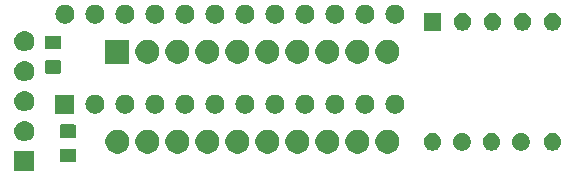
<source format=gbs>
G04 #@! TF.GenerationSoftware,KiCad,Pcbnew,5.0.2+dfsg1-1*
G04 #@! TF.CreationDate,2019-11-26T12:37:51+03:00*
G04 #@! TF.ProjectId,disp,64697370-2e6b-4696-9361-645f70636258,rev?*
G04 #@! TF.SameCoordinates,Original*
G04 #@! TF.FileFunction,Soldermask,Bot*
G04 #@! TF.FilePolarity,Negative*
%FSLAX46Y46*%
G04 Gerber Fmt 4.6, Leading zero omitted, Abs format (unit mm)*
G04 Created by KiCad (PCBNEW 5.0.2+dfsg1-1) date Вт 26 ноя 2019 12:37:51*
%MOMM*%
%LPD*%
G01*
G04 APERTURE LIST*
%ADD10C,0.100000*%
G04 APERTURE END LIST*
D10*
G36*
X126326000Y-83146000D02*
X124626000Y-83146000D01*
X124626000Y-81446000D01*
X126326000Y-81446000D01*
X126326000Y-83146000D01*
X126326000Y-83146000D01*
G37*
G36*
X129714522Y-81235039D02*
X129748053Y-81245211D01*
X129778960Y-81261731D01*
X129806043Y-81283957D01*
X129828269Y-81311040D01*
X129844789Y-81341947D01*
X129854961Y-81375478D01*
X129859000Y-81416487D01*
X129859000Y-82195513D01*
X129854961Y-82236522D01*
X129844789Y-82270053D01*
X129828269Y-82300960D01*
X129806043Y-82328043D01*
X129778960Y-82350269D01*
X129748053Y-82366789D01*
X129714522Y-82376961D01*
X129673513Y-82381000D01*
X128644487Y-82381000D01*
X128603478Y-82376961D01*
X128569947Y-82366789D01*
X128539040Y-82350269D01*
X128511957Y-82328043D01*
X128489731Y-82300960D01*
X128473211Y-82270053D01*
X128463039Y-82236522D01*
X128459000Y-82195513D01*
X128459000Y-81416487D01*
X128463039Y-81375478D01*
X128473211Y-81341947D01*
X128489731Y-81311040D01*
X128511957Y-81283957D01*
X128539040Y-81261731D01*
X128569947Y-81245211D01*
X128603478Y-81235039D01*
X128644487Y-81231000D01*
X129673513Y-81231000D01*
X129714522Y-81235039D01*
X129714522Y-81235039D01*
G37*
G36*
X153900926Y-79655029D02*
X153966356Y-79668044D01*
X154151256Y-79744632D01*
X154317665Y-79855823D01*
X154459177Y-79997335D01*
X154459179Y-79997338D01*
X154570368Y-80163744D01*
X154639648Y-80331000D01*
X154646956Y-80348645D01*
X154686000Y-80544931D01*
X154686000Y-80745069D01*
X154646956Y-80941355D01*
X154570368Y-81126256D01*
X154459177Y-81292665D01*
X154317665Y-81434177D01*
X154317662Y-81434179D01*
X154151256Y-81545368D01*
X153966356Y-81621956D01*
X153900926Y-81634971D01*
X153770069Y-81661000D01*
X153569931Y-81661000D01*
X153439074Y-81634971D01*
X153373644Y-81621956D01*
X153188744Y-81545368D01*
X153022338Y-81434179D01*
X153022335Y-81434177D01*
X152880823Y-81292665D01*
X152769632Y-81126256D01*
X152693044Y-80941355D01*
X152654000Y-80745069D01*
X152654000Y-80544931D01*
X152693044Y-80348645D01*
X152700353Y-80331000D01*
X152769632Y-80163744D01*
X152880821Y-79997338D01*
X152880823Y-79997335D01*
X153022335Y-79855823D01*
X153188744Y-79744632D01*
X153373644Y-79668044D01*
X153439074Y-79655029D01*
X153569931Y-79629000D01*
X153770069Y-79629000D01*
X153900926Y-79655029D01*
X153900926Y-79655029D01*
G37*
G36*
X151360926Y-79655029D02*
X151426356Y-79668044D01*
X151611256Y-79744632D01*
X151777665Y-79855823D01*
X151919177Y-79997335D01*
X151919179Y-79997338D01*
X152030368Y-80163744D01*
X152099648Y-80331000D01*
X152106956Y-80348645D01*
X152146000Y-80544931D01*
X152146000Y-80745069D01*
X152106956Y-80941355D01*
X152030368Y-81126256D01*
X151919177Y-81292665D01*
X151777665Y-81434177D01*
X151777662Y-81434179D01*
X151611256Y-81545368D01*
X151426356Y-81621956D01*
X151360926Y-81634971D01*
X151230069Y-81661000D01*
X151029931Y-81661000D01*
X150899074Y-81634971D01*
X150833644Y-81621956D01*
X150648744Y-81545368D01*
X150482338Y-81434179D01*
X150482335Y-81434177D01*
X150340823Y-81292665D01*
X150229632Y-81126256D01*
X150153044Y-80941355D01*
X150114000Y-80745069D01*
X150114000Y-80544931D01*
X150153044Y-80348645D01*
X150160353Y-80331000D01*
X150229632Y-80163744D01*
X150340821Y-79997338D01*
X150340823Y-79997335D01*
X150482335Y-79855823D01*
X150648744Y-79744632D01*
X150833644Y-79668044D01*
X150899074Y-79655029D01*
X151029931Y-79629000D01*
X151230069Y-79629000D01*
X151360926Y-79655029D01*
X151360926Y-79655029D01*
G37*
G36*
X146280926Y-79655029D02*
X146346356Y-79668044D01*
X146531256Y-79744632D01*
X146697665Y-79855823D01*
X146839177Y-79997335D01*
X146839179Y-79997338D01*
X146950368Y-80163744D01*
X147019648Y-80331000D01*
X147026956Y-80348645D01*
X147066000Y-80544931D01*
X147066000Y-80745069D01*
X147026956Y-80941355D01*
X146950368Y-81126256D01*
X146839177Y-81292665D01*
X146697665Y-81434177D01*
X146697662Y-81434179D01*
X146531256Y-81545368D01*
X146346356Y-81621956D01*
X146280926Y-81634971D01*
X146150069Y-81661000D01*
X145949931Y-81661000D01*
X145819074Y-81634971D01*
X145753644Y-81621956D01*
X145568744Y-81545368D01*
X145402338Y-81434179D01*
X145402335Y-81434177D01*
X145260823Y-81292665D01*
X145149632Y-81126256D01*
X145073044Y-80941355D01*
X145034000Y-80745069D01*
X145034000Y-80544931D01*
X145073044Y-80348645D01*
X145080353Y-80331000D01*
X145149632Y-80163744D01*
X145260821Y-79997338D01*
X145260823Y-79997335D01*
X145402335Y-79855823D01*
X145568744Y-79744632D01*
X145753644Y-79668044D01*
X145819074Y-79655029D01*
X145949931Y-79629000D01*
X146150069Y-79629000D01*
X146280926Y-79655029D01*
X146280926Y-79655029D01*
G37*
G36*
X143740926Y-79655029D02*
X143806356Y-79668044D01*
X143991256Y-79744632D01*
X144157665Y-79855823D01*
X144299177Y-79997335D01*
X144299179Y-79997338D01*
X144410368Y-80163744D01*
X144479648Y-80331000D01*
X144486956Y-80348645D01*
X144526000Y-80544931D01*
X144526000Y-80745069D01*
X144486956Y-80941355D01*
X144410368Y-81126256D01*
X144299177Y-81292665D01*
X144157665Y-81434177D01*
X144157662Y-81434179D01*
X143991256Y-81545368D01*
X143806356Y-81621956D01*
X143740926Y-81634971D01*
X143610069Y-81661000D01*
X143409931Y-81661000D01*
X143279074Y-81634971D01*
X143213644Y-81621956D01*
X143028744Y-81545368D01*
X142862338Y-81434179D01*
X142862335Y-81434177D01*
X142720823Y-81292665D01*
X142609632Y-81126256D01*
X142533044Y-80941355D01*
X142494000Y-80745069D01*
X142494000Y-80544931D01*
X142533044Y-80348645D01*
X142540353Y-80331000D01*
X142609632Y-80163744D01*
X142720821Y-79997338D01*
X142720823Y-79997335D01*
X142862335Y-79855823D01*
X143028744Y-79744632D01*
X143213644Y-79668044D01*
X143279074Y-79655029D01*
X143409931Y-79629000D01*
X143610069Y-79629000D01*
X143740926Y-79655029D01*
X143740926Y-79655029D01*
G37*
G36*
X156440926Y-79655029D02*
X156506356Y-79668044D01*
X156691256Y-79744632D01*
X156857665Y-79855823D01*
X156999177Y-79997335D01*
X156999179Y-79997338D01*
X157110368Y-80163744D01*
X157179648Y-80331000D01*
X157186956Y-80348645D01*
X157226000Y-80544931D01*
X157226000Y-80745069D01*
X157186956Y-80941355D01*
X157110368Y-81126256D01*
X156999177Y-81292665D01*
X156857665Y-81434177D01*
X156857662Y-81434179D01*
X156691256Y-81545368D01*
X156506356Y-81621956D01*
X156440926Y-81634971D01*
X156310069Y-81661000D01*
X156109931Y-81661000D01*
X155979074Y-81634971D01*
X155913644Y-81621956D01*
X155728744Y-81545368D01*
X155562338Y-81434179D01*
X155562335Y-81434177D01*
X155420823Y-81292665D01*
X155309632Y-81126256D01*
X155233044Y-80941355D01*
X155194000Y-80745069D01*
X155194000Y-80544931D01*
X155233044Y-80348645D01*
X155240353Y-80331000D01*
X155309632Y-80163744D01*
X155420821Y-79997338D01*
X155420823Y-79997335D01*
X155562335Y-79855823D01*
X155728744Y-79744632D01*
X155913644Y-79668044D01*
X155979074Y-79655029D01*
X156109931Y-79629000D01*
X156310069Y-79629000D01*
X156440926Y-79655029D01*
X156440926Y-79655029D01*
G37*
G36*
X141200926Y-79655029D02*
X141266356Y-79668044D01*
X141451256Y-79744632D01*
X141617665Y-79855823D01*
X141759177Y-79997335D01*
X141759179Y-79997338D01*
X141870368Y-80163744D01*
X141939648Y-80331000D01*
X141946956Y-80348645D01*
X141986000Y-80544931D01*
X141986000Y-80745069D01*
X141946956Y-80941355D01*
X141870368Y-81126256D01*
X141759177Y-81292665D01*
X141617665Y-81434177D01*
X141617662Y-81434179D01*
X141451256Y-81545368D01*
X141266356Y-81621956D01*
X141200926Y-81634971D01*
X141070069Y-81661000D01*
X140869931Y-81661000D01*
X140739074Y-81634971D01*
X140673644Y-81621956D01*
X140488744Y-81545368D01*
X140322338Y-81434179D01*
X140322335Y-81434177D01*
X140180823Y-81292665D01*
X140069632Y-81126256D01*
X139993044Y-80941355D01*
X139954000Y-80745069D01*
X139954000Y-80544931D01*
X139993044Y-80348645D01*
X140000353Y-80331000D01*
X140069632Y-80163744D01*
X140180821Y-79997338D01*
X140180823Y-79997335D01*
X140322335Y-79855823D01*
X140488744Y-79744632D01*
X140673644Y-79668044D01*
X140739074Y-79655029D01*
X140869931Y-79629000D01*
X141070069Y-79629000D01*
X141200926Y-79655029D01*
X141200926Y-79655029D01*
G37*
G36*
X138660926Y-79655029D02*
X138726356Y-79668044D01*
X138911256Y-79744632D01*
X139077665Y-79855823D01*
X139219177Y-79997335D01*
X139219179Y-79997338D01*
X139330368Y-80163744D01*
X139399648Y-80331000D01*
X139406956Y-80348645D01*
X139446000Y-80544931D01*
X139446000Y-80745069D01*
X139406956Y-80941355D01*
X139330368Y-81126256D01*
X139219177Y-81292665D01*
X139077665Y-81434177D01*
X139077662Y-81434179D01*
X138911256Y-81545368D01*
X138726356Y-81621956D01*
X138660926Y-81634971D01*
X138530069Y-81661000D01*
X138329931Y-81661000D01*
X138199074Y-81634971D01*
X138133644Y-81621956D01*
X137948744Y-81545368D01*
X137782338Y-81434179D01*
X137782335Y-81434177D01*
X137640823Y-81292665D01*
X137529632Y-81126256D01*
X137453044Y-80941355D01*
X137414000Y-80745069D01*
X137414000Y-80544931D01*
X137453044Y-80348645D01*
X137460353Y-80331000D01*
X137529632Y-80163744D01*
X137640821Y-79997338D01*
X137640823Y-79997335D01*
X137782335Y-79855823D01*
X137948744Y-79744632D01*
X138133644Y-79668044D01*
X138199074Y-79655029D01*
X138329931Y-79629000D01*
X138530069Y-79629000D01*
X138660926Y-79655029D01*
X138660926Y-79655029D01*
G37*
G36*
X136120926Y-79655029D02*
X136186356Y-79668044D01*
X136371256Y-79744632D01*
X136537665Y-79855823D01*
X136679177Y-79997335D01*
X136679179Y-79997338D01*
X136790368Y-80163744D01*
X136859648Y-80331000D01*
X136866956Y-80348645D01*
X136906000Y-80544931D01*
X136906000Y-80745069D01*
X136866956Y-80941355D01*
X136790368Y-81126256D01*
X136679177Y-81292665D01*
X136537665Y-81434177D01*
X136537662Y-81434179D01*
X136371256Y-81545368D01*
X136186356Y-81621956D01*
X136120926Y-81634971D01*
X135990069Y-81661000D01*
X135789931Y-81661000D01*
X135659074Y-81634971D01*
X135593644Y-81621956D01*
X135408744Y-81545368D01*
X135242338Y-81434179D01*
X135242335Y-81434177D01*
X135100823Y-81292665D01*
X134989632Y-81126256D01*
X134913044Y-80941355D01*
X134874000Y-80745069D01*
X134874000Y-80544931D01*
X134913044Y-80348645D01*
X134920353Y-80331000D01*
X134989632Y-80163744D01*
X135100821Y-79997338D01*
X135100823Y-79997335D01*
X135242335Y-79855823D01*
X135408744Y-79744632D01*
X135593644Y-79668044D01*
X135659074Y-79655029D01*
X135789931Y-79629000D01*
X135990069Y-79629000D01*
X136120926Y-79655029D01*
X136120926Y-79655029D01*
G37*
G36*
X133580926Y-79655029D02*
X133646356Y-79668044D01*
X133831256Y-79744632D01*
X133997665Y-79855823D01*
X134139177Y-79997335D01*
X134139179Y-79997338D01*
X134250368Y-80163744D01*
X134319648Y-80331000D01*
X134326956Y-80348645D01*
X134366000Y-80544931D01*
X134366000Y-80745069D01*
X134326956Y-80941355D01*
X134250368Y-81126256D01*
X134139177Y-81292665D01*
X133997665Y-81434177D01*
X133997662Y-81434179D01*
X133831256Y-81545368D01*
X133646356Y-81621956D01*
X133580926Y-81634971D01*
X133450069Y-81661000D01*
X133249931Y-81661000D01*
X133119074Y-81634971D01*
X133053644Y-81621956D01*
X132868744Y-81545368D01*
X132702338Y-81434179D01*
X132702335Y-81434177D01*
X132560823Y-81292665D01*
X132449632Y-81126256D01*
X132373044Y-80941355D01*
X132334000Y-80745069D01*
X132334000Y-80544931D01*
X132373044Y-80348645D01*
X132380353Y-80331000D01*
X132449632Y-80163744D01*
X132560821Y-79997338D01*
X132560823Y-79997335D01*
X132702335Y-79855823D01*
X132868744Y-79744632D01*
X133053644Y-79668044D01*
X133119074Y-79655029D01*
X133249931Y-79629000D01*
X133450069Y-79629000D01*
X133580926Y-79655029D01*
X133580926Y-79655029D01*
G37*
G36*
X148820926Y-79655029D02*
X148886356Y-79668044D01*
X149071256Y-79744632D01*
X149237665Y-79855823D01*
X149379177Y-79997335D01*
X149379179Y-79997338D01*
X149490368Y-80163744D01*
X149559648Y-80331000D01*
X149566956Y-80348645D01*
X149606000Y-80544931D01*
X149606000Y-80745069D01*
X149566956Y-80941355D01*
X149490368Y-81126256D01*
X149379177Y-81292665D01*
X149237665Y-81434177D01*
X149237662Y-81434179D01*
X149071256Y-81545368D01*
X148886356Y-81621956D01*
X148820926Y-81634971D01*
X148690069Y-81661000D01*
X148489931Y-81661000D01*
X148359074Y-81634971D01*
X148293644Y-81621956D01*
X148108744Y-81545368D01*
X147942338Y-81434179D01*
X147942335Y-81434177D01*
X147800823Y-81292665D01*
X147689632Y-81126256D01*
X147613044Y-80941355D01*
X147574000Y-80745069D01*
X147574000Y-80544931D01*
X147613044Y-80348645D01*
X147620353Y-80331000D01*
X147689632Y-80163744D01*
X147800821Y-79997338D01*
X147800823Y-79997335D01*
X147942335Y-79855823D01*
X148108744Y-79744632D01*
X148293644Y-79668044D01*
X148359074Y-79655029D01*
X148489931Y-79629000D01*
X148690069Y-79629000D01*
X148820926Y-79655029D01*
X148820926Y-79655029D01*
G37*
G36*
X170326318Y-79909411D02*
X170398767Y-79923822D01*
X170455303Y-79947240D01*
X170535257Y-79980358D01*
X170658100Y-80062439D01*
X170762561Y-80166900D01*
X170844642Y-80289743D01*
X170859741Y-80326196D01*
X170901178Y-80426233D01*
X170909122Y-80466169D01*
X170930000Y-80571130D01*
X170930000Y-80718870D01*
X170901178Y-80863766D01*
X170844642Y-81000257D01*
X170762561Y-81123100D01*
X170658100Y-81227561D01*
X170535257Y-81309642D01*
X170457265Y-81341947D01*
X170398767Y-81366178D01*
X170326318Y-81380589D01*
X170253870Y-81395000D01*
X170106130Y-81395000D01*
X170033682Y-81380589D01*
X169961233Y-81366178D01*
X169902735Y-81341947D01*
X169824743Y-81309642D01*
X169701900Y-81227561D01*
X169597439Y-81123100D01*
X169515358Y-81000257D01*
X169458822Y-80863766D01*
X169430000Y-80718870D01*
X169430000Y-80571130D01*
X169450878Y-80466169D01*
X169458822Y-80426233D01*
X169500259Y-80326196D01*
X169515358Y-80289743D01*
X169597439Y-80166900D01*
X169701900Y-80062439D01*
X169824743Y-79980358D01*
X169904697Y-79947240D01*
X169961233Y-79923822D01*
X170033682Y-79909411D01*
X170106130Y-79895000D01*
X170253870Y-79895000D01*
X170326318Y-79909411D01*
X170326318Y-79909411D01*
G37*
G36*
X167666318Y-79909411D02*
X167738767Y-79923822D01*
X167795303Y-79947240D01*
X167875257Y-79980358D01*
X167998100Y-80062439D01*
X168102561Y-80166900D01*
X168184642Y-80289743D01*
X168199741Y-80326196D01*
X168241178Y-80426233D01*
X168249122Y-80466169D01*
X168270000Y-80571130D01*
X168270000Y-80718870D01*
X168241178Y-80863766D01*
X168184642Y-81000257D01*
X168102561Y-81123100D01*
X167998100Y-81227561D01*
X167875257Y-81309642D01*
X167797265Y-81341947D01*
X167738767Y-81366178D01*
X167666318Y-81380589D01*
X167593870Y-81395000D01*
X167446130Y-81395000D01*
X167373682Y-81380589D01*
X167301233Y-81366178D01*
X167242735Y-81341947D01*
X167164743Y-81309642D01*
X167041900Y-81227561D01*
X166937439Y-81123100D01*
X166855358Y-81000257D01*
X166798822Y-80863766D01*
X166770000Y-80718870D01*
X166770000Y-80571130D01*
X166790878Y-80466169D01*
X166798822Y-80426233D01*
X166840259Y-80326196D01*
X166855358Y-80289743D01*
X166937439Y-80166900D01*
X167041900Y-80062439D01*
X167164743Y-79980358D01*
X167244697Y-79947240D01*
X167301233Y-79923822D01*
X167373682Y-79909411D01*
X167446130Y-79895000D01*
X167593870Y-79895000D01*
X167666318Y-79909411D01*
X167666318Y-79909411D01*
G37*
G36*
X165166318Y-79909411D02*
X165238767Y-79923822D01*
X165295303Y-79947240D01*
X165375257Y-79980358D01*
X165498100Y-80062439D01*
X165602561Y-80166900D01*
X165684642Y-80289743D01*
X165699741Y-80326196D01*
X165741178Y-80426233D01*
X165749122Y-80466169D01*
X165770000Y-80571130D01*
X165770000Y-80718870D01*
X165741178Y-80863766D01*
X165684642Y-81000257D01*
X165602561Y-81123100D01*
X165498100Y-81227561D01*
X165375257Y-81309642D01*
X165297265Y-81341947D01*
X165238767Y-81366178D01*
X165166318Y-81380589D01*
X165093870Y-81395000D01*
X164946130Y-81395000D01*
X164873682Y-81380589D01*
X164801233Y-81366178D01*
X164742735Y-81341947D01*
X164664743Y-81309642D01*
X164541900Y-81227561D01*
X164437439Y-81123100D01*
X164355358Y-81000257D01*
X164298822Y-80863766D01*
X164270000Y-80718870D01*
X164270000Y-80571130D01*
X164290878Y-80466169D01*
X164298822Y-80426233D01*
X164340259Y-80326196D01*
X164355358Y-80289743D01*
X164437439Y-80166900D01*
X164541900Y-80062439D01*
X164664743Y-79980358D01*
X164744697Y-79947240D01*
X164801233Y-79923822D01*
X164873682Y-79909411D01*
X164946130Y-79895000D01*
X165093870Y-79895000D01*
X165166318Y-79909411D01*
X165166318Y-79909411D01*
G37*
G36*
X162666318Y-79909411D02*
X162738767Y-79923822D01*
X162795303Y-79947240D01*
X162875257Y-79980358D01*
X162998100Y-80062439D01*
X163102561Y-80166900D01*
X163184642Y-80289743D01*
X163199741Y-80326196D01*
X163241178Y-80426233D01*
X163249122Y-80466169D01*
X163270000Y-80571130D01*
X163270000Y-80718870D01*
X163241178Y-80863766D01*
X163184642Y-81000257D01*
X163102561Y-81123100D01*
X162998100Y-81227561D01*
X162875257Y-81309642D01*
X162797265Y-81341947D01*
X162738767Y-81366178D01*
X162666318Y-81380589D01*
X162593870Y-81395000D01*
X162446130Y-81395000D01*
X162373682Y-81380589D01*
X162301233Y-81366178D01*
X162242735Y-81341947D01*
X162164743Y-81309642D01*
X162041900Y-81227561D01*
X161937439Y-81123100D01*
X161855358Y-81000257D01*
X161798822Y-80863766D01*
X161770000Y-80718870D01*
X161770000Y-80571130D01*
X161790878Y-80466169D01*
X161798822Y-80426233D01*
X161840259Y-80326196D01*
X161855358Y-80289743D01*
X161937439Y-80166900D01*
X162041900Y-80062439D01*
X162164743Y-79980358D01*
X162244697Y-79947240D01*
X162301233Y-79923822D01*
X162373682Y-79909411D01*
X162446130Y-79895000D01*
X162593870Y-79895000D01*
X162666318Y-79909411D01*
X162666318Y-79909411D01*
G37*
G36*
X160166318Y-79909411D02*
X160238767Y-79923822D01*
X160295303Y-79947240D01*
X160375257Y-79980358D01*
X160498100Y-80062439D01*
X160602561Y-80166900D01*
X160684642Y-80289743D01*
X160699741Y-80326196D01*
X160741178Y-80426233D01*
X160749122Y-80466169D01*
X160770000Y-80571130D01*
X160770000Y-80718870D01*
X160741178Y-80863766D01*
X160684642Y-81000257D01*
X160602561Y-81123100D01*
X160498100Y-81227561D01*
X160375257Y-81309642D01*
X160297265Y-81341947D01*
X160238767Y-81366178D01*
X160166318Y-81380589D01*
X160093870Y-81395000D01*
X159946130Y-81395000D01*
X159873682Y-81380589D01*
X159801233Y-81366178D01*
X159742735Y-81341947D01*
X159664743Y-81309642D01*
X159541900Y-81227561D01*
X159437439Y-81123100D01*
X159355358Y-81000257D01*
X159298822Y-80863766D01*
X159270000Y-80718870D01*
X159270000Y-80571130D01*
X159290878Y-80466169D01*
X159298822Y-80426233D01*
X159340259Y-80326196D01*
X159355358Y-80289743D01*
X159437439Y-80166900D01*
X159541900Y-80062439D01*
X159664743Y-79980358D01*
X159744697Y-79947240D01*
X159801233Y-79923822D01*
X159873682Y-79909411D01*
X159946130Y-79895000D01*
X160093870Y-79895000D01*
X160166318Y-79909411D01*
X160166318Y-79909411D01*
G37*
G36*
X125642630Y-78918299D02*
X125802855Y-78966903D01*
X125950520Y-79045831D01*
X126079949Y-79152051D01*
X126186169Y-79281480D01*
X126265097Y-79429145D01*
X126313701Y-79589370D01*
X126330112Y-79756000D01*
X126313701Y-79922630D01*
X126265097Y-80082855D01*
X126186169Y-80230520D01*
X126079949Y-80359949D01*
X125950520Y-80466169D01*
X125802855Y-80545097D01*
X125642630Y-80593701D01*
X125517752Y-80606000D01*
X125434248Y-80606000D01*
X125309370Y-80593701D01*
X125149145Y-80545097D01*
X125001480Y-80466169D01*
X124872051Y-80359949D01*
X124765831Y-80230520D01*
X124686903Y-80082855D01*
X124638299Y-79922630D01*
X124621888Y-79756000D01*
X124638299Y-79589370D01*
X124686903Y-79429145D01*
X124765831Y-79281480D01*
X124872051Y-79152051D01*
X125001480Y-79045831D01*
X125149145Y-78966903D01*
X125309370Y-78918299D01*
X125434248Y-78906000D01*
X125517752Y-78906000D01*
X125642630Y-78918299D01*
X125642630Y-78918299D01*
G37*
G36*
X129714522Y-79185039D02*
X129748053Y-79195211D01*
X129778960Y-79211731D01*
X129806043Y-79233957D01*
X129828269Y-79261040D01*
X129844789Y-79291947D01*
X129854961Y-79325478D01*
X129859000Y-79366487D01*
X129859000Y-80145513D01*
X129854961Y-80186522D01*
X129844789Y-80220053D01*
X129828269Y-80250960D01*
X129806043Y-80278043D01*
X129778960Y-80300269D01*
X129748053Y-80316789D01*
X129714522Y-80326961D01*
X129673513Y-80331000D01*
X128644487Y-80331000D01*
X128603478Y-80326961D01*
X128569947Y-80316789D01*
X128539040Y-80300269D01*
X128511957Y-80278043D01*
X128489731Y-80250960D01*
X128473211Y-80220053D01*
X128463039Y-80186522D01*
X128459000Y-80145513D01*
X128459000Y-79366487D01*
X128463039Y-79325478D01*
X128473211Y-79291947D01*
X128489731Y-79261040D01*
X128511957Y-79233957D01*
X128539040Y-79211731D01*
X128569947Y-79195211D01*
X128603478Y-79185039D01*
X128644487Y-79181000D01*
X129673513Y-79181000D01*
X129714522Y-79185039D01*
X129714522Y-79185039D01*
G37*
G36*
X139182649Y-76677717D02*
X139221827Y-76681576D01*
X139297228Y-76704449D01*
X139372629Y-76727321D01*
X139511608Y-76801608D01*
X139633422Y-76901578D01*
X139733392Y-77023392D01*
X139807679Y-77162371D01*
X139853424Y-77313174D01*
X139868870Y-77470000D01*
X139853424Y-77626826D01*
X139807679Y-77777629D01*
X139733392Y-77916608D01*
X139633422Y-78038422D01*
X139511608Y-78138392D01*
X139372629Y-78212679D01*
X139297228Y-78235551D01*
X139221827Y-78258424D01*
X139182649Y-78262283D01*
X139104295Y-78270000D01*
X139025705Y-78270000D01*
X138947351Y-78262283D01*
X138908173Y-78258424D01*
X138832772Y-78235551D01*
X138757371Y-78212679D01*
X138618392Y-78138392D01*
X138496578Y-78038422D01*
X138396608Y-77916608D01*
X138322321Y-77777629D01*
X138276576Y-77626826D01*
X138261130Y-77470000D01*
X138276576Y-77313174D01*
X138322321Y-77162371D01*
X138396608Y-77023392D01*
X138496578Y-76901578D01*
X138618392Y-76801608D01*
X138757371Y-76727321D01*
X138832772Y-76704449D01*
X138908173Y-76681576D01*
X138947351Y-76677717D01*
X139025705Y-76670000D01*
X139104295Y-76670000D01*
X139182649Y-76677717D01*
X139182649Y-76677717D01*
G37*
G36*
X141722649Y-76677717D02*
X141761827Y-76681576D01*
X141837228Y-76704449D01*
X141912629Y-76727321D01*
X142051608Y-76801608D01*
X142173422Y-76901578D01*
X142273392Y-77023392D01*
X142347679Y-77162371D01*
X142393424Y-77313174D01*
X142408870Y-77470000D01*
X142393424Y-77626826D01*
X142347679Y-77777629D01*
X142273392Y-77916608D01*
X142173422Y-78038422D01*
X142051608Y-78138392D01*
X141912629Y-78212679D01*
X141837228Y-78235551D01*
X141761827Y-78258424D01*
X141722649Y-78262283D01*
X141644295Y-78270000D01*
X141565705Y-78270000D01*
X141487351Y-78262283D01*
X141448173Y-78258424D01*
X141372772Y-78235551D01*
X141297371Y-78212679D01*
X141158392Y-78138392D01*
X141036578Y-78038422D01*
X140936608Y-77916608D01*
X140862321Y-77777629D01*
X140816576Y-77626826D01*
X140801130Y-77470000D01*
X140816576Y-77313174D01*
X140862321Y-77162371D01*
X140936608Y-77023392D01*
X141036578Y-76901578D01*
X141158392Y-76801608D01*
X141297371Y-76727321D01*
X141372772Y-76704449D01*
X141448173Y-76681576D01*
X141487351Y-76677717D01*
X141565705Y-76670000D01*
X141644295Y-76670000D01*
X141722649Y-76677717D01*
X141722649Y-76677717D01*
G37*
G36*
X144262649Y-76677717D02*
X144301827Y-76681576D01*
X144377228Y-76704449D01*
X144452629Y-76727321D01*
X144591608Y-76801608D01*
X144713422Y-76901578D01*
X144813392Y-77023392D01*
X144887679Y-77162371D01*
X144933424Y-77313174D01*
X144948870Y-77470000D01*
X144933424Y-77626826D01*
X144887679Y-77777629D01*
X144813392Y-77916608D01*
X144713422Y-78038422D01*
X144591608Y-78138392D01*
X144452629Y-78212679D01*
X144377228Y-78235551D01*
X144301827Y-78258424D01*
X144262649Y-78262283D01*
X144184295Y-78270000D01*
X144105705Y-78270000D01*
X144027351Y-78262283D01*
X143988173Y-78258424D01*
X143912772Y-78235551D01*
X143837371Y-78212679D01*
X143698392Y-78138392D01*
X143576578Y-78038422D01*
X143476608Y-77916608D01*
X143402321Y-77777629D01*
X143356576Y-77626826D01*
X143341130Y-77470000D01*
X143356576Y-77313174D01*
X143402321Y-77162371D01*
X143476608Y-77023392D01*
X143576578Y-76901578D01*
X143698392Y-76801608D01*
X143837371Y-76727321D01*
X143912772Y-76704449D01*
X143988173Y-76681576D01*
X144027351Y-76677717D01*
X144105705Y-76670000D01*
X144184295Y-76670000D01*
X144262649Y-76677717D01*
X144262649Y-76677717D01*
G37*
G36*
X146802649Y-76677717D02*
X146841827Y-76681576D01*
X146917228Y-76704449D01*
X146992629Y-76727321D01*
X147131608Y-76801608D01*
X147253422Y-76901578D01*
X147353392Y-77023392D01*
X147427679Y-77162371D01*
X147473424Y-77313174D01*
X147488870Y-77470000D01*
X147473424Y-77626826D01*
X147427679Y-77777629D01*
X147353392Y-77916608D01*
X147253422Y-78038422D01*
X147131608Y-78138392D01*
X146992629Y-78212679D01*
X146917228Y-78235551D01*
X146841827Y-78258424D01*
X146802649Y-78262283D01*
X146724295Y-78270000D01*
X146645705Y-78270000D01*
X146567351Y-78262283D01*
X146528173Y-78258424D01*
X146452772Y-78235551D01*
X146377371Y-78212679D01*
X146238392Y-78138392D01*
X146116578Y-78038422D01*
X146016608Y-77916608D01*
X145942321Y-77777629D01*
X145896576Y-77626826D01*
X145881130Y-77470000D01*
X145896576Y-77313174D01*
X145942321Y-77162371D01*
X146016608Y-77023392D01*
X146116578Y-76901578D01*
X146238392Y-76801608D01*
X146377371Y-76727321D01*
X146452772Y-76704449D01*
X146528173Y-76681576D01*
X146567351Y-76677717D01*
X146645705Y-76670000D01*
X146724295Y-76670000D01*
X146802649Y-76677717D01*
X146802649Y-76677717D01*
G37*
G36*
X149342649Y-76677717D02*
X149381827Y-76681576D01*
X149457228Y-76704449D01*
X149532629Y-76727321D01*
X149671608Y-76801608D01*
X149793422Y-76901578D01*
X149893392Y-77023392D01*
X149967679Y-77162371D01*
X150013424Y-77313174D01*
X150028870Y-77470000D01*
X150013424Y-77626826D01*
X149967679Y-77777629D01*
X149893392Y-77916608D01*
X149793422Y-78038422D01*
X149671608Y-78138392D01*
X149532629Y-78212679D01*
X149457228Y-78235551D01*
X149381827Y-78258424D01*
X149342649Y-78262283D01*
X149264295Y-78270000D01*
X149185705Y-78270000D01*
X149107351Y-78262283D01*
X149068173Y-78258424D01*
X148992772Y-78235551D01*
X148917371Y-78212679D01*
X148778392Y-78138392D01*
X148656578Y-78038422D01*
X148556608Y-77916608D01*
X148482321Y-77777629D01*
X148436576Y-77626826D01*
X148421130Y-77470000D01*
X148436576Y-77313174D01*
X148482321Y-77162371D01*
X148556608Y-77023392D01*
X148656578Y-76901578D01*
X148778392Y-76801608D01*
X148917371Y-76727321D01*
X148992772Y-76704449D01*
X149068173Y-76681576D01*
X149107351Y-76677717D01*
X149185705Y-76670000D01*
X149264295Y-76670000D01*
X149342649Y-76677717D01*
X149342649Y-76677717D01*
G37*
G36*
X151882649Y-76677717D02*
X151921827Y-76681576D01*
X151997228Y-76704449D01*
X152072629Y-76727321D01*
X152211608Y-76801608D01*
X152333422Y-76901578D01*
X152433392Y-77023392D01*
X152507679Y-77162371D01*
X152553424Y-77313174D01*
X152568870Y-77470000D01*
X152553424Y-77626826D01*
X152507679Y-77777629D01*
X152433392Y-77916608D01*
X152333422Y-78038422D01*
X152211608Y-78138392D01*
X152072629Y-78212679D01*
X151997228Y-78235551D01*
X151921827Y-78258424D01*
X151882649Y-78262283D01*
X151804295Y-78270000D01*
X151725705Y-78270000D01*
X151647351Y-78262283D01*
X151608173Y-78258424D01*
X151532772Y-78235551D01*
X151457371Y-78212679D01*
X151318392Y-78138392D01*
X151196578Y-78038422D01*
X151096608Y-77916608D01*
X151022321Y-77777629D01*
X150976576Y-77626826D01*
X150961130Y-77470000D01*
X150976576Y-77313174D01*
X151022321Y-77162371D01*
X151096608Y-77023392D01*
X151196578Y-76901578D01*
X151318392Y-76801608D01*
X151457371Y-76727321D01*
X151532772Y-76704449D01*
X151608173Y-76681576D01*
X151647351Y-76677717D01*
X151725705Y-76670000D01*
X151804295Y-76670000D01*
X151882649Y-76677717D01*
X151882649Y-76677717D01*
G37*
G36*
X154422649Y-76677717D02*
X154461827Y-76681576D01*
X154537228Y-76704449D01*
X154612629Y-76727321D01*
X154751608Y-76801608D01*
X154873422Y-76901578D01*
X154973392Y-77023392D01*
X155047679Y-77162371D01*
X155093424Y-77313174D01*
X155108870Y-77470000D01*
X155093424Y-77626826D01*
X155047679Y-77777629D01*
X154973392Y-77916608D01*
X154873422Y-78038422D01*
X154751608Y-78138392D01*
X154612629Y-78212679D01*
X154537228Y-78235551D01*
X154461827Y-78258424D01*
X154422649Y-78262283D01*
X154344295Y-78270000D01*
X154265705Y-78270000D01*
X154187351Y-78262283D01*
X154148173Y-78258424D01*
X154072772Y-78235551D01*
X153997371Y-78212679D01*
X153858392Y-78138392D01*
X153736578Y-78038422D01*
X153636608Y-77916608D01*
X153562321Y-77777629D01*
X153516576Y-77626826D01*
X153501130Y-77470000D01*
X153516576Y-77313174D01*
X153562321Y-77162371D01*
X153636608Y-77023392D01*
X153736578Y-76901578D01*
X153858392Y-76801608D01*
X153997371Y-76727321D01*
X154072772Y-76704449D01*
X154148173Y-76681576D01*
X154187351Y-76677717D01*
X154265705Y-76670000D01*
X154344295Y-76670000D01*
X154422649Y-76677717D01*
X154422649Y-76677717D01*
G37*
G36*
X156962649Y-76677717D02*
X157001827Y-76681576D01*
X157077228Y-76704449D01*
X157152629Y-76727321D01*
X157291608Y-76801608D01*
X157413422Y-76901578D01*
X157513392Y-77023392D01*
X157587679Y-77162371D01*
X157633424Y-77313174D01*
X157648870Y-77470000D01*
X157633424Y-77626826D01*
X157587679Y-77777629D01*
X157513392Y-77916608D01*
X157413422Y-78038422D01*
X157291608Y-78138392D01*
X157152629Y-78212679D01*
X157077228Y-78235551D01*
X157001827Y-78258424D01*
X156962649Y-78262283D01*
X156884295Y-78270000D01*
X156805705Y-78270000D01*
X156727351Y-78262283D01*
X156688173Y-78258424D01*
X156612772Y-78235551D01*
X156537371Y-78212679D01*
X156398392Y-78138392D01*
X156276578Y-78038422D01*
X156176608Y-77916608D01*
X156102321Y-77777629D01*
X156056576Y-77626826D01*
X156041130Y-77470000D01*
X156056576Y-77313174D01*
X156102321Y-77162371D01*
X156176608Y-77023392D01*
X156276578Y-76901578D01*
X156398392Y-76801608D01*
X156537371Y-76727321D01*
X156612772Y-76704449D01*
X156688173Y-76681576D01*
X156727351Y-76677717D01*
X156805705Y-76670000D01*
X156884295Y-76670000D01*
X156962649Y-76677717D01*
X156962649Y-76677717D01*
G37*
G36*
X136642649Y-76677717D02*
X136681827Y-76681576D01*
X136757228Y-76704449D01*
X136832629Y-76727321D01*
X136971608Y-76801608D01*
X137093422Y-76901578D01*
X137193392Y-77023392D01*
X137267679Y-77162371D01*
X137313424Y-77313174D01*
X137328870Y-77470000D01*
X137313424Y-77626826D01*
X137267679Y-77777629D01*
X137193392Y-77916608D01*
X137093422Y-78038422D01*
X136971608Y-78138392D01*
X136832629Y-78212679D01*
X136757228Y-78235551D01*
X136681827Y-78258424D01*
X136642649Y-78262283D01*
X136564295Y-78270000D01*
X136485705Y-78270000D01*
X136407351Y-78262283D01*
X136368173Y-78258424D01*
X136292772Y-78235551D01*
X136217371Y-78212679D01*
X136078392Y-78138392D01*
X135956578Y-78038422D01*
X135856608Y-77916608D01*
X135782321Y-77777629D01*
X135736576Y-77626826D01*
X135721130Y-77470000D01*
X135736576Y-77313174D01*
X135782321Y-77162371D01*
X135856608Y-77023392D01*
X135956578Y-76901578D01*
X136078392Y-76801608D01*
X136217371Y-76727321D01*
X136292772Y-76704449D01*
X136368173Y-76681576D01*
X136407351Y-76677717D01*
X136485705Y-76670000D01*
X136564295Y-76670000D01*
X136642649Y-76677717D01*
X136642649Y-76677717D01*
G37*
G36*
X129705000Y-78270000D02*
X128105000Y-78270000D01*
X128105000Y-76670000D01*
X129705000Y-76670000D01*
X129705000Y-78270000D01*
X129705000Y-78270000D01*
G37*
G36*
X134102649Y-76677717D02*
X134141827Y-76681576D01*
X134217228Y-76704449D01*
X134292629Y-76727321D01*
X134431608Y-76801608D01*
X134553422Y-76901578D01*
X134653392Y-77023392D01*
X134727679Y-77162371D01*
X134773424Y-77313174D01*
X134788870Y-77470000D01*
X134773424Y-77626826D01*
X134727679Y-77777629D01*
X134653392Y-77916608D01*
X134553422Y-78038422D01*
X134431608Y-78138392D01*
X134292629Y-78212679D01*
X134217228Y-78235551D01*
X134141827Y-78258424D01*
X134102649Y-78262283D01*
X134024295Y-78270000D01*
X133945705Y-78270000D01*
X133867351Y-78262283D01*
X133828173Y-78258424D01*
X133752772Y-78235551D01*
X133677371Y-78212679D01*
X133538392Y-78138392D01*
X133416578Y-78038422D01*
X133316608Y-77916608D01*
X133242321Y-77777629D01*
X133196576Y-77626826D01*
X133181130Y-77470000D01*
X133196576Y-77313174D01*
X133242321Y-77162371D01*
X133316608Y-77023392D01*
X133416578Y-76901578D01*
X133538392Y-76801608D01*
X133677371Y-76727321D01*
X133752772Y-76704449D01*
X133828173Y-76681576D01*
X133867351Y-76677717D01*
X133945705Y-76670000D01*
X134024295Y-76670000D01*
X134102649Y-76677717D01*
X134102649Y-76677717D01*
G37*
G36*
X131562649Y-76677717D02*
X131601827Y-76681576D01*
X131677228Y-76704449D01*
X131752629Y-76727321D01*
X131891608Y-76801608D01*
X132013422Y-76901578D01*
X132113392Y-77023392D01*
X132187679Y-77162371D01*
X132233424Y-77313174D01*
X132248870Y-77470000D01*
X132233424Y-77626826D01*
X132187679Y-77777629D01*
X132113392Y-77916608D01*
X132013422Y-78038422D01*
X131891608Y-78138392D01*
X131752629Y-78212679D01*
X131677228Y-78235551D01*
X131601827Y-78258424D01*
X131562649Y-78262283D01*
X131484295Y-78270000D01*
X131405705Y-78270000D01*
X131327351Y-78262283D01*
X131288173Y-78258424D01*
X131212772Y-78235551D01*
X131137371Y-78212679D01*
X130998392Y-78138392D01*
X130876578Y-78038422D01*
X130776608Y-77916608D01*
X130702321Y-77777629D01*
X130656576Y-77626826D01*
X130641130Y-77470000D01*
X130656576Y-77313174D01*
X130702321Y-77162371D01*
X130776608Y-77023392D01*
X130876578Y-76901578D01*
X130998392Y-76801608D01*
X131137371Y-76727321D01*
X131212772Y-76704449D01*
X131288173Y-76681576D01*
X131327351Y-76677717D01*
X131405705Y-76670000D01*
X131484295Y-76670000D01*
X131562649Y-76677717D01*
X131562649Y-76677717D01*
G37*
G36*
X125642630Y-76378299D02*
X125802855Y-76426903D01*
X125950520Y-76505831D01*
X126079949Y-76612051D01*
X126186169Y-76741480D01*
X126265097Y-76889145D01*
X126313701Y-77049370D01*
X126330112Y-77216000D01*
X126313701Y-77382630D01*
X126265097Y-77542855D01*
X126186169Y-77690520D01*
X126079949Y-77819949D01*
X125950520Y-77926169D01*
X125802855Y-78005097D01*
X125642630Y-78053701D01*
X125517752Y-78066000D01*
X125434248Y-78066000D01*
X125309370Y-78053701D01*
X125149145Y-78005097D01*
X125001480Y-77926169D01*
X124872051Y-77819949D01*
X124765831Y-77690520D01*
X124686903Y-77542855D01*
X124638299Y-77382630D01*
X124621888Y-77216000D01*
X124638299Y-77049370D01*
X124686903Y-76889145D01*
X124765831Y-76741480D01*
X124872051Y-76612051D01*
X125001480Y-76505831D01*
X125149145Y-76426903D01*
X125309370Y-76378299D01*
X125434248Y-76366000D01*
X125517752Y-76366000D01*
X125642630Y-76378299D01*
X125642630Y-76378299D01*
G37*
G36*
X125642630Y-73838299D02*
X125802855Y-73886903D01*
X125950520Y-73965831D01*
X126079949Y-74072051D01*
X126186169Y-74201480D01*
X126265097Y-74349145D01*
X126313701Y-74509370D01*
X126330112Y-74676000D01*
X126313701Y-74842630D01*
X126265097Y-75002855D01*
X126186169Y-75150520D01*
X126079949Y-75279949D01*
X125950520Y-75386169D01*
X125802855Y-75465097D01*
X125642630Y-75513701D01*
X125517752Y-75526000D01*
X125434248Y-75526000D01*
X125309370Y-75513701D01*
X125149145Y-75465097D01*
X125001480Y-75386169D01*
X124872051Y-75279949D01*
X124765831Y-75150520D01*
X124686903Y-75002855D01*
X124638299Y-74842630D01*
X124621888Y-74676000D01*
X124638299Y-74509370D01*
X124686903Y-74349145D01*
X124765831Y-74201480D01*
X124872051Y-74072051D01*
X125001480Y-73965831D01*
X125149145Y-73886903D01*
X125309370Y-73838299D01*
X125434248Y-73826000D01*
X125517752Y-73826000D01*
X125642630Y-73838299D01*
X125642630Y-73838299D01*
G37*
G36*
X128444522Y-73733039D02*
X128478053Y-73743211D01*
X128508960Y-73759731D01*
X128536043Y-73781957D01*
X128558269Y-73809040D01*
X128574789Y-73839947D01*
X128584961Y-73873478D01*
X128589000Y-73914487D01*
X128589000Y-74693513D01*
X128584961Y-74734522D01*
X128574789Y-74768053D01*
X128558269Y-74798960D01*
X128536043Y-74826043D01*
X128508960Y-74848269D01*
X128478053Y-74864789D01*
X128444522Y-74874961D01*
X128403513Y-74879000D01*
X127374487Y-74879000D01*
X127333478Y-74874961D01*
X127299947Y-74864789D01*
X127269040Y-74848269D01*
X127241957Y-74826043D01*
X127219731Y-74798960D01*
X127203211Y-74768053D01*
X127193039Y-74734522D01*
X127189000Y-74693513D01*
X127189000Y-73914487D01*
X127193039Y-73873478D01*
X127203211Y-73839947D01*
X127219731Y-73809040D01*
X127241957Y-73781957D01*
X127269040Y-73759731D01*
X127299947Y-73743211D01*
X127333478Y-73733039D01*
X127374487Y-73729000D01*
X128403513Y-73729000D01*
X128444522Y-73733039D01*
X128444522Y-73733039D01*
G37*
G36*
X148820926Y-72035029D02*
X148886356Y-72048044D01*
X149071256Y-72124632D01*
X149237665Y-72235823D01*
X149379177Y-72377335D01*
X149379179Y-72377338D01*
X149490368Y-72543744D01*
X149562503Y-72717893D01*
X149566956Y-72728645D01*
X149606000Y-72924931D01*
X149606000Y-73125069D01*
X149566956Y-73321355D01*
X149490368Y-73506256D01*
X149379177Y-73672665D01*
X149237665Y-73814177D01*
X149237662Y-73814179D01*
X149071256Y-73925368D01*
X148886356Y-74001956D01*
X148820926Y-74014971D01*
X148690069Y-74041000D01*
X148489931Y-74041000D01*
X148359074Y-74014971D01*
X148293644Y-74001956D01*
X148108744Y-73925368D01*
X147942338Y-73814179D01*
X147942335Y-73814177D01*
X147800823Y-73672665D01*
X147689632Y-73506256D01*
X147613044Y-73321355D01*
X147574000Y-73125069D01*
X147574000Y-72924931D01*
X147613044Y-72728645D01*
X147617498Y-72717893D01*
X147689632Y-72543744D01*
X147800821Y-72377338D01*
X147800823Y-72377335D01*
X147942335Y-72235823D01*
X148108744Y-72124632D01*
X148293644Y-72048044D01*
X148359074Y-72035029D01*
X148489931Y-72009000D01*
X148690069Y-72009000D01*
X148820926Y-72035029D01*
X148820926Y-72035029D01*
G37*
G36*
X146280926Y-72035029D02*
X146346356Y-72048044D01*
X146531256Y-72124632D01*
X146697665Y-72235823D01*
X146839177Y-72377335D01*
X146839179Y-72377338D01*
X146950368Y-72543744D01*
X147022503Y-72717893D01*
X147026956Y-72728645D01*
X147066000Y-72924931D01*
X147066000Y-73125069D01*
X147026956Y-73321355D01*
X146950368Y-73506256D01*
X146839177Y-73672665D01*
X146697665Y-73814177D01*
X146697662Y-73814179D01*
X146531256Y-73925368D01*
X146346356Y-74001956D01*
X146280926Y-74014971D01*
X146150069Y-74041000D01*
X145949931Y-74041000D01*
X145819074Y-74014971D01*
X145753644Y-74001956D01*
X145568744Y-73925368D01*
X145402338Y-73814179D01*
X145402335Y-73814177D01*
X145260823Y-73672665D01*
X145149632Y-73506256D01*
X145073044Y-73321355D01*
X145034000Y-73125069D01*
X145034000Y-72924931D01*
X145073044Y-72728645D01*
X145077498Y-72717893D01*
X145149632Y-72543744D01*
X145260821Y-72377338D01*
X145260823Y-72377335D01*
X145402335Y-72235823D01*
X145568744Y-72124632D01*
X145753644Y-72048044D01*
X145819074Y-72035029D01*
X145949931Y-72009000D01*
X146150069Y-72009000D01*
X146280926Y-72035029D01*
X146280926Y-72035029D01*
G37*
G36*
X141200926Y-72035029D02*
X141266356Y-72048044D01*
X141451256Y-72124632D01*
X141617665Y-72235823D01*
X141759177Y-72377335D01*
X141759179Y-72377338D01*
X141870368Y-72543744D01*
X141942503Y-72717893D01*
X141946956Y-72728645D01*
X141986000Y-72924931D01*
X141986000Y-73125069D01*
X141946956Y-73321355D01*
X141870368Y-73506256D01*
X141759177Y-73672665D01*
X141617665Y-73814177D01*
X141617662Y-73814179D01*
X141451256Y-73925368D01*
X141266356Y-74001956D01*
X141200926Y-74014971D01*
X141070069Y-74041000D01*
X140869931Y-74041000D01*
X140739074Y-74014971D01*
X140673644Y-74001956D01*
X140488744Y-73925368D01*
X140322338Y-73814179D01*
X140322335Y-73814177D01*
X140180823Y-73672665D01*
X140069632Y-73506256D01*
X139993044Y-73321355D01*
X139954000Y-73125069D01*
X139954000Y-72924931D01*
X139993044Y-72728645D01*
X139997498Y-72717893D01*
X140069632Y-72543744D01*
X140180821Y-72377338D01*
X140180823Y-72377335D01*
X140322335Y-72235823D01*
X140488744Y-72124632D01*
X140673644Y-72048044D01*
X140739074Y-72035029D01*
X140869931Y-72009000D01*
X141070069Y-72009000D01*
X141200926Y-72035029D01*
X141200926Y-72035029D01*
G37*
G36*
X138660926Y-72035029D02*
X138726356Y-72048044D01*
X138911256Y-72124632D01*
X139077665Y-72235823D01*
X139219177Y-72377335D01*
X139219179Y-72377338D01*
X139330368Y-72543744D01*
X139402503Y-72717893D01*
X139406956Y-72728645D01*
X139446000Y-72924931D01*
X139446000Y-73125069D01*
X139406956Y-73321355D01*
X139330368Y-73506256D01*
X139219177Y-73672665D01*
X139077665Y-73814177D01*
X139077662Y-73814179D01*
X138911256Y-73925368D01*
X138726356Y-74001956D01*
X138660926Y-74014971D01*
X138530069Y-74041000D01*
X138329931Y-74041000D01*
X138199074Y-74014971D01*
X138133644Y-74001956D01*
X137948744Y-73925368D01*
X137782338Y-73814179D01*
X137782335Y-73814177D01*
X137640823Y-73672665D01*
X137529632Y-73506256D01*
X137453044Y-73321355D01*
X137414000Y-73125069D01*
X137414000Y-72924931D01*
X137453044Y-72728645D01*
X137457498Y-72717893D01*
X137529632Y-72543744D01*
X137640821Y-72377338D01*
X137640823Y-72377335D01*
X137782335Y-72235823D01*
X137948744Y-72124632D01*
X138133644Y-72048044D01*
X138199074Y-72035029D01*
X138329931Y-72009000D01*
X138530069Y-72009000D01*
X138660926Y-72035029D01*
X138660926Y-72035029D01*
G37*
G36*
X136120926Y-72035029D02*
X136186356Y-72048044D01*
X136371256Y-72124632D01*
X136537665Y-72235823D01*
X136679177Y-72377335D01*
X136679179Y-72377338D01*
X136790368Y-72543744D01*
X136862503Y-72717893D01*
X136866956Y-72728645D01*
X136906000Y-72924931D01*
X136906000Y-73125069D01*
X136866956Y-73321355D01*
X136790368Y-73506256D01*
X136679177Y-73672665D01*
X136537665Y-73814177D01*
X136537662Y-73814179D01*
X136371256Y-73925368D01*
X136186356Y-74001956D01*
X136120926Y-74014971D01*
X135990069Y-74041000D01*
X135789931Y-74041000D01*
X135659074Y-74014971D01*
X135593644Y-74001956D01*
X135408744Y-73925368D01*
X135242338Y-73814179D01*
X135242335Y-73814177D01*
X135100823Y-73672665D01*
X134989632Y-73506256D01*
X134913044Y-73321355D01*
X134874000Y-73125069D01*
X134874000Y-72924931D01*
X134913044Y-72728645D01*
X134917498Y-72717893D01*
X134989632Y-72543744D01*
X135100821Y-72377338D01*
X135100823Y-72377335D01*
X135242335Y-72235823D01*
X135408744Y-72124632D01*
X135593644Y-72048044D01*
X135659074Y-72035029D01*
X135789931Y-72009000D01*
X135990069Y-72009000D01*
X136120926Y-72035029D01*
X136120926Y-72035029D01*
G37*
G36*
X134366000Y-74041000D02*
X132334000Y-74041000D01*
X132334000Y-72009000D01*
X134366000Y-72009000D01*
X134366000Y-74041000D01*
X134366000Y-74041000D01*
G37*
G36*
X151360926Y-72035029D02*
X151426356Y-72048044D01*
X151611256Y-72124632D01*
X151777665Y-72235823D01*
X151919177Y-72377335D01*
X151919179Y-72377338D01*
X152030368Y-72543744D01*
X152102503Y-72717893D01*
X152106956Y-72728645D01*
X152146000Y-72924931D01*
X152146000Y-73125069D01*
X152106956Y-73321355D01*
X152030368Y-73506256D01*
X151919177Y-73672665D01*
X151777665Y-73814177D01*
X151777662Y-73814179D01*
X151611256Y-73925368D01*
X151426356Y-74001956D01*
X151360926Y-74014971D01*
X151230069Y-74041000D01*
X151029931Y-74041000D01*
X150899074Y-74014971D01*
X150833644Y-74001956D01*
X150648744Y-73925368D01*
X150482338Y-73814179D01*
X150482335Y-73814177D01*
X150340823Y-73672665D01*
X150229632Y-73506256D01*
X150153044Y-73321355D01*
X150114000Y-73125069D01*
X150114000Y-72924931D01*
X150153044Y-72728645D01*
X150157498Y-72717893D01*
X150229632Y-72543744D01*
X150340821Y-72377338D01*
X150340823Y-72377335D01*
X150482335Y-72235823D01*
X150648744Y-72124632D01*
X150833644Y-72048044D01*
X150899074Y-72035029D01*
X151029931Y-72009000D01*
X151230069Y-72009000D01*
X151360926Y-72035029D01*
X151360926Y-72035029D01*
G37*
G36*
X153900926Y-72035029D02*
X153966356Y-72048044D01*
X154151256Y-72124632D01*
X154317665Y-72235823D01*
X154459177Y-72377335D01*
X154459179Y-72377338D01*
X154570368Y-72543744D01*
X154642503Y-72717893D01*
X154646956Y-72728645D01*
X154686000Y-72924931D01*
X154686000Y-73125069D01*
X154646956Y-73321355D01*
X154570368Y-73506256D01*
X154459177Y-73672665D01*
X154317665Y-73814177D01*
X154317662Y-73814179D01*
X154151256Y-73925368D01*
X153966356Y-74001956D01*
X153900926Y-74014971D01*
X153770069Y-74041000D01*
X153569931Y-74041000D01*
X153439074Y-74014971D01*
X153373644Y-74001956D01*
X153188744Y-73925368D01*
X153022338Y-73814179D01*
X153022335Y-73814177D01*
X152880823Y-73672665D01*
X152769632Y-73506256D01*
X152693044Y-73321355D01*
X152654000Y-73125069D01*
X152654000Y-72924931D01*
X152693044Y-72728645D01*
X152697498Y-72717893D01*
X152769632Y-72543744D01*
X152880821Y-72377338D01*
X152880823Y-72377335D01*
X153022335Y-72235823D01*
X153188744Y-72124632D01*
X153373644Y-72048044D01*
X153439074Y-72035029D01*
X153569931Y-72009000D01*
X153770069Y-72009000D01*
X153900926Y-72035029D01*
X153900926Y-72035029D01*
G37*
G36*
X143740926Y-72035029D02*
X143806356Y-72048044D01*
X143991256Y-72124632D01*
X144157665Y-72235823D01*
X144299177Y-72377335D01*
X144299179Y-72377338D01*
X144410368Y-72543744D01*
X144482503Y-72717893D01*
X144486956Y-72728645D01*
X144526000Y-72924931D01*
X144526000Y-73125069D01*
X144486956Y-73321355D01*
X144410368Y-73506256D01*
X144299177Y-73672665D01*
X144157665Y-73814177D01*
X144157662Y-73814179D01*
X143991256Y-73925368D01*
X143806356Y-74001956D01*
X143740926Y-74014971D01*
X143610069Y-74041000D01*
X143409931Y-74041000D01*
X143279074Y-74014971D01*
X143213644Y-74001956D01*
X143028744Y-73925368D01*
X142862338Y-73814179D01*
X142862335Y-73814177D01*
X142720823Y-73672665D01*
X142609632Y-73506256D01*
X142533044Y-73321355D01*
X142494000Y-73125069D01*
X142494000Y-72924931D01*
X142533044Y-72728645D01*
X142537498Y-72717893D01*
X142609632Y-72543744D01*
X142720821Y-72377338D01*
X142720823Y-72377335D01*
X142862335Y-72235823D01*
X143028744Y-72124632D01*
X143213644Y-72048044D01*
X143279074Y-72035029D01*
X143409931Y-72009000D01*
X143610069Y-72009000D01*
X143740926Y-72035029D01*
X143740926Y-72035029D01*
G37*
G36*
X156440926Y-72035029D02*
X156506356Y-72048044D01*
X156691256Y-72124632D01*
X156857665Y-72235823D01*
X156999177Y-72377335D01*
X156999179Y-72377338D01*
X157110368Y-72543744D01*
X157182503Y-72717893D01*
X157186956Y-72728645D01*
X157226000Y-72924931D01*
X157226000Y-73125069D01*
X157186956Y-73321355D01*
X157110368Y-73506256D01*
X156999177Y-73672665D01*
X156857665Y-73814177D01*
X156857662Y-73814179D01*
X156691256Y-73925368D01*
X156506356Y-74001956D01*
X156440926Y-74014971D01*
X156310069Y-74041000D01*
X156109931Y-74041000D01*
X155979074Y-74014971D01*
X155913644Y-74001956D01*
X155728744Y-73925368D01*
X155562338Y-73814179D01*
X155562335Y-73814177D01*
X155420823Y-73672665D01*
X155309632Y-73506256D01*
X155233044Y-73321355D01*
X155194000Y-73125069D01*
X155194000Y-72924931D01*
X155233044Y-72728645D01*
X155237498Y-72717893D01*
X155309632Y-72543744D01*
X155420821Y-72377338D01*
X155420823Y-72377335D01*
X155562335Y-72235823D01*
X155728744Y-72124632D01*
X155913644Y-72048044D01*
X155979074Y-72035029D01*
X156109931Y-72009000D01*
X156310069Y-72009000D01*
X156440926Y-72035029D01*
X156440926Y-72035029D01*
G37*
G36*
X125642630Y-71298299D02*
X125802855Y-71346903D01*
X125950520Y-71425831D01*
X126079949Y-71532051D01*
X126186169Y-71661480D01*
X126265097Y-71809145D01*
X126313701Y-71969370D01*
X126330112Y-72136000D01*
X126313701Y-72302630D01*
X126265097Y-72462855D01*
X126186169Y-72610520D01*
X126079949Y-72739949D01*
X125950520Y-72846169D01*
X125802855Y-72925097D01*
X125642630Y-72973701D01*
X125517752Y-72986000D01*
X125434248Y-72986000D01*
X125309370Y-72973701D01*
X125149145Y-72925097D01*
X125001480Y-72846169D01*
X124872051Y-72739949D01*
X124765831Y-72610520D01*
X124686903Y-72462855D01*
X124638299Y-72302630D01*
X124621888Y-72136000D01*
X124638299Y-71969370D01*
X124686903Y-71809145D01*
X124765831Y-71661480D01*
X124872051Y-71532051D01*
X125001480Y-71425831D01*
X125149145Y-71346903D01*
X125309370Y-71298299D01*
X125434248Y-71286000D01*
X125517752Y-71286000D01*
X125642630Y-71298299D01*
X125642630Y-71298299D01*
G37*
G36*
X128444522Y-71683039D02*
X128478053Y-71693211D01*
X128508960Y-71709731D01*
X128536043Y-71731957D01*
X128558269Y-71759040D01*
X128574789Y-71789947D01*
X128584961Y-71823478D01*
X128589000Y-71864487D01*
X128589000Y-72643513D01*
X128584961Y-72684522D01*
X128574789Y-72718053D01*
X128558269Y-72748960D01*
X128536043Y-72776043D01*
X128508960Y-72798269D01*
X128478053Y-72814789D01*
X128444522Y-72824961D01*
X128403513Y-72829000D01*
X127374487Y-72829000D01*
X127333478Y-72824961D01*
X127299947Y-72814789D01*
X127269040Y-72798269D01*
X127241957Y-72776043D01*
X127219731Y-72748960D01*
X127203211Y-72718053D01*
X127193039Y-72684522D01*
X127189000Y-72643513D01*
X127189000Y-71864487D01*
X127193039Y-71823478D01*
X127203211Y-71789947D01*
X127219731Y-71759040D01*
X127241957Y-71731957D01*
X127269040Y-71709731D01*
X127299947Y-71693211D01*
X127333478Y-71683039D01*
X127374487Y-71679000D01*
X128403513Y-71679000D01*
X128444522Y-71683039D01*
X128444522Y-71683039D01*
G37*
G36*
X170326318Y-69749411D02*
X170398767Y-69763822D01*
X170455303Y-69787240D01*
X170535257Y-69820358D01*
X170658100Y-69902439D01*
X170762561Y-70006900D01*
X170844642Y-70129743D01*
X170877760Y-70209697D01*
X170901178Y-70266233D01*
X170907220Y-70296608D01*
X170930000Y-70411130D01*
X170930000Y-70558870D01*
X170901178Y-70703766D01*
X170844642Y-70840257D01*
X170762561Y-70963100D01*
X170658100Y-71067561D01*
X170535257Y-71149642D01*
X170455303Y-71182760D01*
X170398767Y-71206178D01*
X170326318Y-71220589D01*
X170253870Y-71235000D01*
X170106130Y-71235000D01*
X170033682Y-71220589D01*
X169961233Y-71206178D01*
X169904697Y-71182760D01*
X169824743Y-71149642D01*
X169701900Y-71067561D01*
X169597439Y-70963100D01*
X169515358Y-70840257D01*
X169458822Y-70703766D01*
X169430000Y-70558870D01*
X169430000Y-70411130D01*
X169452780Y-70296608D01*
X169458822Y-70266233D01*
X169482240Y-70209697D01*
X169515358Y-70129743D01*
X169597439Y-70006900D01*
X169701900Y-69902439D01*
X169824743Y-69820358D01*
X169904697Y-69787240D01*
X169961233Y-69763822D01*
X170033682Y-69749411D01*
X170106130Y-69735000D01*
X170253870Y-69735000D01*
X170326318Y-69749411D01*
X170326318Y-69749411D01*
G37*
G36*
X160770000Y-71235000D02*
X159270000Y-71235000D01*
X159270000Y-69735000D01*
X160770000Y-69735000D01*
X160770000Y-71235000D01*
X160770000Y-71235000D01*
G37*
G36*
X162706318Y-69749411D02*
X162778767Y-69763822D01*
X162835303Y-69787240D01*
X162915257Y-69820358D01*
X163038100Y-69902439D01*
X163142561Y-70006900D01*
X163224642Y-70129743D01*
X163257760Y-70209697D01*
X163281178Y-70266233D01*
X163287220Y-70296608D01*
X163310000Y-70411130D01*
X163310000Y-70558870D01*
X163281178Y-70703766D01*
X163224642Y-70840257D01*
X163142561Y-70963100D01*
X163038100Y-71067561D01*
X162915257Y-71149642D01*
X162835303Y-71182760D01*
X162778767Y-71206178D01*
X162706318Y-71220589D01*
X162633870Y-71235000D01*
X162486130Y-71235000D01*
X162413682Y-71220589D01*
X162341233Y-71206178D01*
X162284697Y-71182760D01*
X162204743Y-71149642D01*
X162081900Y-71067561D01*
X161977439Y-70963100D01*
X161895358Y-70840257D01*
X161838822Y-70703766D01*
X161810000Y-70558870D01*
X161810000Y-70411130D01*
X161832780Y-70296608D01*
X161838822Y-70266233D01*
X161862240Y-70209697D01*
X161895358Y-70129743D01*
X161977439Y-70006900D01*
X162081900Y-69902439D01*
X162204743Y-69820358D01*
X162284697Y-69787240D01*
X162341233Y-69763822D01*
X162413682Y-69749411D01*
X162486130Y-69735000D01*
X162633870Y-69735000D01*
X162706318Y-69749411D01*
X162706318Y-69749411D01*
G37*
G36*
X167786318Y-69749411D02*
X167858767Y-69763822D01*
X167915303Y-69787240D01*
X167995257Y-69820358D01*
X168118100Y-69902439D01*
X168222561Y-70006900D01*
X168304642Y-70129743D01*
X168337760Y-70209697D01*
X168361178Y-70266233D01*
X168367220Y-70296608D01*
X168390000Y-70411130D01*
X168390000Y-70558870D01*
X168361178Y-70703766D01*
X168304642Y-70840257D01*
X168222561Y-70963100D01*
X168118100Y-71067561D01*
X167995257Y-71149642D01*
X167915303Y-71182760D01*
X167858767Y-71206178D01*
X167786318Y-71220589D01*
X167713870Y-71235000D01*
X167566130Y-71235000D01*
X167493682Y-71220589D01*
X167421233Y-71206178D01*
X167364697Y-71182760D01*
X167284743Y-71149642D01*
X167161900Y-71067561D01*
X167057439Y-70963100D01*
X166975358Y-70840257D01*
X166918822Y-70703766D01*
X166890000Y-70558870D01*
X166890000Y-70411130D01*
X166912780Y-70296608D01*
X166918822Y-70266233D01*
X166942240Y-70209697D01*
X166975358Y-70129743D01*
X167057439Y-70006900D01*
X167161900Y-69902439D01*
X167284743Y-69820358D01*
X167364697Y-69787240D01*
X167421233Y-69763822D01*
X167493682Y-69749411D01*
X167566130Y-69735000D01*
X167713870Y-69735000D01*
X167786318Y-69749411D01*
X167786318Y-69749411D01*
G37*
G36*
X165246318Y-69749411D02*
X165318767Y-69763822D01*
X165375303Y-69787240D01*
X165455257Y-69820358D01*
X165578100Y-69902439D01*
X165682561Y-70006900D01*
X165764642Y-70129743D01*
X165797760Y-70209697D01*
X165821178Y-70266233D01*
X165827220Y-70296608D01*
X165850000Y-70411130D01*
X165850000Y-70558870D01*
X165821178Y-70703766D01*
X165764642Y-70840257D01*
X165682561Y-70963100D01*
X165578100Y-71067561D01*
X165455257Y-71149642D01*
X165375303Y-71182760D01*
X165318767Y-71206178D01*
X165246318Y-71220589D01*
X165173870Y-71235000D01*
X165026130Y-71235000D01*
X164953682Y-71220589D01*
X164881233Y-71206178D01*
X164824697Y-71182760D01*
X164744743Y-71149642D01*
X164621900Y-71067561D01*
X164517439Y-70963100D01*
X164435358Y-70840257D01*
X164378822Y-70703766D01*
X164350000Y-70558870D01*
X164350000Y-70411130D01*
X164372780Y-70296608D01*
X164378822Y-70266233D01*
X164402240Y-70209697D01*
X164435358Y-70129743D01*
X164517439Y-70006900D01*
X164621900Y-69902439D01*
X164744743Y-69820358D01*
X164824697Y-69787240D01*
X164881233Y-69763822D01*
X164953682Y-69749411D01*
X165026130Y-69735000D01*
X165173870Y-69735000D01*
X165246318Y-69749411D01*
X165246318Y-69749411D01*
G37*
G36*
X131562649Y-69057717D02*
X131601827Y-69061576D01*
X131677228Y-69084449D01*
X131752629Y-69107321D01*
X131891608Y-69181608D01*
X132013422Y-69281578D01*
X132113392Y-69403392D01*
X132187679Y-69542371D01*
X132187679Y-69542372D01*
X132233424Y-69693173D01*
X132240382Y-69763822D01*
X132248870Y-69850000D01*
X132233424Y-70006826D01*
X132187679Y-70157629D01*
X132113392Y-70296608D01*
X132013422Y-70418422D01*
X131891608Y-70518392D01*
X131752629Y-70592679D01*
X131677228Y-70615551D01*
X131601827Y-70638424D01*
X131562649Y-70642283D01*
X131484295Y-70650000D01*
X131405705Y-70650000D01*
X131327351Y-70642283D01*
X131288173Y-70638424D01*
X131212772Y-70615551D01*
X131137371Y-70592679D01*
X130998392Y-70518392D01*
X130876578Y-70418422D01*
X130776608Y-70296608D01*
X130702321Y-70157629D01*
X130656576Y-70006826D01*
X130641130Y-69850000D01*
X130649618Y-69763822D01*
X130656576Y-69693173D01*
X130702321Y-69542372D01*
X130702321Y-69542371D01*
X130776608Y-69403392D01*
X130876578Y-69281578D01*
X130998392Y-69181608D01*
X131137371Y-69107321D01*
X131212772Y-69084449D01*
X131288173Y-69061576D01*
X131327351Y-69057717D01*
X131405705Y-69050000D01*
X131484295Y-69050000D01*
X131562649Y-69057717D01*
X131562649Y-69057717D01*
G37*
G36*
X134102649Y-69057717D02*
X134141827Y-69061576D01*
X134217228Y-69084449D01*
X134292629Y-69107321D01*
X134431608Y-69181608D01*
X134553422Y-69281578D01*
X134653392Y-69403392D01*
X134727679Y-69542371D01*
X134727679Y-69542372D01*
X134773424Y-69693173D01*
X134780382Y-69763822D01*
X134788870Y-69850000D01*
X134773424Y-70006826D01*
X134727679Y-70157629D01*
X134653392Y-70296608D01*
X134553422Y-70418422D01*
X134431608Y-70518392D01*
X134292629Y-70592679D01*
X134217228Y-70615551D01*
X134141827Y-70638424D01*
X134102649Y-70642283D01*
X134024295Y-70650000D01*
X133945705Y-70650000D01*
X133867351Y-70642283D01*
X133828173Y-70638424D01*
X133752772Y-70615551D01*
X133677371Y-70592679D01*
X133538392Y-70518392D01*
X133416578Y-70418422D01*
X133316608Y-70296608D01*
X133242321Y-70157629D01*
X133196576Y-70006826D01*
X133181130Y-69850000D01*
X133189618Y-69763822D01*
X133196576Y-69693173D01*
X133242321Y-69542372D01*
X133242321Y-69542371D01*
X133316608Y-69403392D01*
X133416578Y-69281578D01*
X133538392Y-69181608D01*
X133677371Y-69107321D01*
X133752772Y-69084449D01*
X133828173Y-69061576D01*
X133867351Y-69057717D01*
X133945705Y-69050000D01*
X134024295Y-69050000D01*
X134102649Y-69057717D01*
X134102649Y-69057717D01*
G37*
G36*
X129022649Y-69057717D02*
X129061827Y-69061576D01*
X129137228Y-69084449D01*
X129212629Y-69107321D01*
X129351608Y-69181608D01*
X129473422Y-69281578D01*
X129573392Y-69403392D01*
X129647679Y-69542371D01*
X129647679Y-69542372D01*
X129693424Y-69693173D01*
X129700382Y-69763822D01*
X129708870Y-69850000D01*
X129693424Y-70006826D01*
X129647679Y-70157629D01*
X129573392Y-70296608D01*
X129473422Y-70418422D01*
X129351608Y-70518392D01*
X129212629Y-70592679D01*
X129137228Y-70615551D01*
X129061827Y-70638424D01*
X129022649Y-70642283D01*
X128944295Y-70650000D01*
X128865705Y-70650000D01*
X128787351Y-70642283D01*
X128748173Y-70638424D01*
X128672772Y-70615551D01*
X128597371Y-70592679D01*
X128458392Y-70518392D01*
X128336578Y-70418422D01*
X128236608Y-70296608D01*
X128162321Y-70157629D01*
X128116576Y-70006826D01*
X128101130Y-69850000D01*
X128109618Y-69763822D01*
X128116576Y-69693173D01*
X128162321Y-69542372D01*
X128162321Y-69542371D01*
X128236608Y-69403392D01*
X128336578Y-69281578D01*
X128458392Y-69181608D01*
X128597371Y-69107321D01*
X128672772Y-69084449D01*
X128748173Y-69061576D01*
X128787351Y-69057717D01*
X128865705Y-69050000D01*
X128944295Y-69050000D01*
X129022649Y-69057717D01*
X129022649Y-69057717D01*
G37*
G36*
X136642649Y-69057717D02*
X136681827Y-69061576D01*
X136757228Y-69084449D01*
X136832629Y-69107321D01*
X136971608Y-69181608D01*
X137093422Y-69281578D01*
X137193392Y-69403392D01*
X137267679Y-69542371D01*
X137267679Y-69542372D01*
X137313424Y-69693173D01*
X137320382Y-69763822D01*
X137328870Y-69850000D01*
X137313424Y-70006826D01*
X137267679Y-70157629D01*
X137193392Y-70296608D01*
X137093422Y-70418422D01*
X136971608Y-70518392D01*
X136832629Y-70592679D01*
X136757228Y-70615551D01*
X136681827Y-70638424D01*
X136642649Y-70642283D01*
X136564295Y-70650000D01*
X136485705Y-70650000D01*
X136407351Y-70642283D01*
X136368173Y-70638424D01*
X136292772Y-70615551D01*
X136217371Y-70592679D01*
X136078392Y-70518392D01*
X135956578Y-70418422D01*
X135856608Y-70296608D01*
X135782321Y-70157629D01*
X135736576Y-70006826D01*
X135721130Y-69850000D01*
X135729618Y-69763822D01*
X135736576Y-69693173D01*
X135782321Y-69542372D01*
X135782321Y-69542371D01*
X135856608Y-69403392D01*
X135956578Y-69281578D01*
X136078392Y-69181608D01*
X136217371Y-69107321D01*
X136292772Y-69084449D01*
X136368173Y-69061576D01*
X136407351Y-69057717D01*
X136485705Y-69050000D01*
X136564295Y-69050000D01*
X136642649Y-69057717D01*
X136642649Y-69057717D01*
G37*
G36*
X156962649Y-69057717D02*
X157001827Y-69061576D01*
X157077228Y-69084449D01*
X157152629Y-69107321D01*
X157291608Y-69181608D01*
X157413422Y-69281578D01*
X157513392Y-69403392D01*
X157587679Y-69542371D01*
X157587679Y-69542372D01*
X157633424Y-69693173D01*
X157640382Y-69763822D01*
X157648870Y-69850000D01*
X157633424Y-70006826D01*
X157587679Y-70157629D01*
X157513392Y-70296608D01*
X157413422Y-70418422D01*
X157291608Y-70518392D01*
X157152629Y-70592679D01*
X157077228Y-70615551D01*
X157001827Y-70638424D01*
X156962649Y-70642283D01*
X156884295Y-70650000D01*
X156805705Y-70650000D01*
X156727351Y-70642283D01*
X156688173Y-70638424D01*
X156612772Y-70615551D01*
X156537371Y-70592679D01*
X156398392Y-70518392D01*
X156276578Y-70418422D01*
X156176608Y-70296608D01*
X156102321Y-70157629D01*
X156056576Y-70006826D01*
X156041130Y-69850000D01*
X156049618Y-69763822D01*
X156056576Y-69693173D01*
X156102321Y-69542372D01*
X156102321Y-69542371D01*
X156176608Y-69403392D01*
X156276578Y-69281578D01*
X156398392Y-69181608D01*
X156537371Y-69107321D01*
X156612772Y-69084449D01*
X156688173Y-69061576D01*
X156727351Y-69057717D01*
X156805705Y-69050000D01*
X156884295Y-69050000D01*
X156962649Y-69057717D01*
X156962649Y-69057717D01*
G37*
G36*
X154422649Y-69057717D02*
X154461827Y-69061576D01*
X154537228Y-69084449D01*
X154612629Y-69107321D01*
X154751608Y-69181608D01*
X154873422Y-69281578D01*
X154973392Y-69403392D01*
X155047679Y-69542371D01*
X155047679Y-69542372D01*
X155093424Y-69693173D01*
X155100382Y-69763822D01*
X155108870Y-69850000D01*
X155093424Y-70006826D01*
X155047679Y-70157629D01*
X154973392Y-70296608D01*
X154873422Y-70418422D01*
X154751608Y-70518392D01*
X154612629Y-70592679D01*
X154537228Y-70615551D01*
X154461827Y-70638424D01*
X154422649Y-70642283D01*
X154344295Y-70650000D01*
X154265705Y-70650000D01*
X154187351Y-70642283D01*
X154148173Y-70638424D01*
X154072772Y-70615551D01*
X153997371Y-70592679D01*
X153858392Y-70518392D01*
X153736578Y-70418422D01*
X153636608Y-70296608D01*
X153562321Y-70157629D01*
X153516576Y-70006826D01*
X153501130Y-69850000D01*
X153509618Y-69763822D01*
X153516576Y-69693173D01*
X153562321Y-69542372D01*
X153562321Y-69542371D01*
X153636608Y-69403392D01*
X153736578Y-69281578D01*
X153858392Y-69181608D01*
X153997371Y-69107321D01*
X154072772Y-69084449D01*
X154148173Y-69061576D01*
X154187351Y-69057717D01*
X154265705Y-69050000D01*
X154344295Y-69050000D01*
X154422649Y-69057717D01*
X154422649Y-69057717D01*
G37*
G36*
X139182649Y-69057717D02*
X139221827Y-69061576D01*
X139297228Y-69084449D01*
X139372629Y-69107321D01*
X139511608Y-69181608D01*
X139633422Y-69281578D01*
X139733392Y-69403392D01*
X139807679Y-69542371D01*
X139807679Y-69542372D01*
X139853424Y-69693173D01*
X139860382Y-69763822D01*
X139868870Y-69850000D01*
X139853424Y-70006826D01*
X139807679Y-70157629D01*
X139733392Y-70296608D01*
X139633422Y-70418422D01*
X139511608Y-70518392D01*
X139372629Y-70592679D01*
X139297228Y-70615551D01*
X139221827Y-70638424D01*
X139182649Y-70642283D01*
X139104295Y-70650000D01*
X139025705Y-70650000D01*
X138947351Y-70642283D01*
X138908173Y-70638424D01*
X138832772Y-70615551D01*
X138757371Y-70592679D01*
X138618392Y-70518392D01*
X138496578Y-70418422D01*
X138396608Y-70296608D01*
X138322321Y-70157629D01*
X138276576Y-70006826D01*
X138261130Y-69850000D01*
X138269618Y-69763822D01*
X138276576Y-69693173D01*
X138322321Y-69542372D01*
X138322321Y-69542371D01*
X138396608Y-69403392D01*
X138496578Y-69281578D01*
X138618392Y-69181608D01*
X138757371Y-69107321D01*
X138832772Y-69084449D01*
X138908173Y-69061576D01*
X138947351Y-69057717D01*
X139025705Y-69050000D01*
X139104295Y-69050000D01*
X139182649Y-69057717D01*
X139182649Y-69057717D01*
G37*
G36*
X141722649Y-69057717D02*
X141761827Y-69061576D01*
X141837228Y-69084449D01*
X141912629Y-69107321D01*
X142051608Y-69181608D01*
X142173422Y-69281578D01*
X142273392Y-69403392D01*
X142347679Y-69542371D01*
X142347679Y-69542372D01*
X142393424Y-69693173D01*
X142400382Y-69763822D01*
X142408870Y-69850000D01*
X142393424Y-70006826D01*
X142347679Y-70157629D01*
X142273392Y-70296608D01*
X142173422Y-70418422D01*
X142051608Y-70518392D01*
X141912629Y-70592679D01*
X141837228Y-70615551D01*
X141761827Y-70638424D01*
X141722649Y-70642283D01*
X141644295Y-70650000D01*
X141565705Y-70650000D01*
X141487351Y-70642283D01*
X141448173Y-70638424D01*
X141372772Y-70615551D01*
X141297371Y-70592679D01*
X141158392Y-70518392D01*
X141036578Y-70418422D01*
X140936608Y-70296608D01*
X140862321Y-70157629D01*
X140816576Y-70006826D01*
X140801130Y-69850000D01*
X140809618Y-69763822D01*
X140816576Y-69693173D01*
X140862321Y-69542372D01*
X140862321Y-69542371D01*
X140936608Y-69403392D01*
X141036578Y-69281578D01*
X141158392Y-69181608D01*
X141297371Y-69107321D01*
X141372772Y-69084449D01*
X141448173Y-69061576D01*
X141487351Y-69057717D01*
X141565705Y-69050000D01*
X141644295Y-69050000D01*
X141722649Y-69057717D01*
X141722649Y-69057717D01*
G37*
G36*
X144262649Y-69057717D02*
X144301827Y-69061576D01*
X144377228Y-69084449D01*
X144452629Y-69107321D01*
X144591608Y-69181608D01*
X144713422Y-69281578D01*
X144813392Y-69403392D01*
X144887679Y-69542371D01*
X144887679Y-69542372D01*
X144933424Y-69693173D01*
X144940382Y-69763822D01*
X144948870Y-69850000D01*
X144933424Y-70006826D01*
X144887679Y-70157629D01*
X144813392Y-70296608D01*
X144713422Y-70418422D01*
X144591608Y-70518392D01*
X144452629Y-70592679D01*
X144377228Y-70615551D01*
X144301827Y-70638424D01*
X144262649Y-70642283D01*
X144184295Y-70650000D01*
X144105705Y-70650000D01*
X144027351Y-70642283D01*
X143988173Y-70638424D01*
X143912772Y-70615551D01*
X143837371Y-70592679D01*
X143698392Y-70518392D01*
X143576578Y-70418422D01*
X143476608Y-70296608D01*
X143402321Y-70157629D01*
X143356576Y-70006826D01*
X143341130Y-69850000D01*
X143349618Y-69763822D01*
X143356576Y-69693173D01*
X143402321Y-69542372D01*
X143402321Y-69542371D01*
X143476608Y-69403392D01*
X143576578Y-69281578D01*
X143698392Y-69181608D01*
X143837371Y-69107321D01*
X143912772Y-69084449D01*
X143988173Y-69061576D01*
X144027351Y-69057717D01*
X144105705Y-69050000D01*
X144184295Y-69050000D01*
X144262649Y-69057717D01*
X144262649Y-69057717D01*
G37*
G36*
X146802649Y-69057717D02*
X146841827Y-69061576D01*
X146917228Y-69084449D01*
X146992629Y-69107321D01*
X147131608Y-69181608D01*
X147253422Y-69281578D01*
X147353392Y-69403392D01*
X147427679Y-69542371D01*
X147427679Y-69542372D01*
X147473424Y-69693173D01*
X147480382Y-69763822D01*
X147488870Y-69850000D01*
X147473424Y-70006826D01*
X147427679Y-70157629D01*
X147353392Y-70296608D01*
X147253422Y-70418422D01*
X147131608Y-70518392D01*
X146992629Y-70592679D01*
X146917228Y-70615551D01*
X146841827Y-70638424D01*
X146802649Y-70642283D01*
X146724295Y-70650000D01*
X146645705Y-70650000D01*
X146567351Y-70642283D01*
X146528173Y-70638424D01*
X146452772Y-70615551D01*
X146377371Y-70592679D01*
X146238392Y-70518392D01*
X146116578Y-70418422D01*
X146016608Y-70296608D01*
X145942321Y-70157629D01*
X145896576Y-70006826D01*
X145881130Y-69850000D01*
X145889618Y-69763822D01*
X145896576Y-69693173D01*
X145942321Y-69542372D01*
X145942321Y-69542371D01*
X146016608Y-69403392D01*
X146116578Y-69281578D01*
X146238392Y-69181608D01*
X146377371Y-69107321D01*
X146452772Y-69084449D01*
X146528173Y-69061576D01*
X146567351Y-69057717D01*
X146645705Y-69050000D01*
X146724295Y-69050000D01*
X146802649Y-69057717D01*
X146802649Y-69057717D01*
G37*
G36*
X149342649Y-69057717D02*
X149381827Y-69061576D01*
X149457228Y-69084449D01*
X149532629Y-69107321D01*
X149671608Y-69181608D01*
X149793422Y-69281578D01*
X149893392Y-69403392D01*
X149967679Y-69542371D01*
X149967679Y-69542372D01*
X150013424Y-69693173D01*
X150020382Y-69763822D01*
X150028870Y-69850000D01*
X150013424Y-70006826D01*
X149967679Y-70157629D01*
X149893392Y-70296608D01*
X149793422Y-70418422D01*
X149671608Y-70518392D01*
X149532629Y-70592679D01*
X149457228Y-70615551D01*
X149381827Y-70638424D01*
X149342649Y-70642283D01*
X149264295Y-70650000D01*
X149185705Y-70650000D01*
X149107351Y-70642283D01*
X149068173Y-70638424D01*
X148992772Y-70615551D01*
X148917371Y-70592679D01*
X148778392Y-70518392D01*
X148656578Y-70418422D01*
X148556608Y-70296608D01*
X148482321Y-70157629D01*
X148436576Y-70006826D01*
X148421130Y-69850000D01*
X148429618Y-69763822D01*
X148436576Y-69693173D01*
X148482321Y-69542372D01*
X148482321Y-69542371D01*
X148556608Y-69403392D01*
X148656578Y-69281578D01*
X148778392Y-69181608D01*
X148917371Y-69107321D01*
X148992772Y-69084449D01*
X149068173Y-69061576D01*
X149107351Y-69057717D01*
X149185705Y-69050000D01*
X149264295Y-69050000D01*
X149342649Y-69057717D01*
X149342649Y-69057717D01*
G37*
G36*
X151882649Y-69057717D02*
X151921827Y-69061576D01*
X151997228Y-69084449D01*
X152072629Y-69107321D01*
X152211608Y-69181608D01*
X152333422Y-69281578D01*
X152433392Y-69403392D01*
X152507679Y-69542371D01*
X152507679Y-69542372D01*
X152553424Y-69693173D01*
X152560382Y-69763822D01*
X152568870Y-69850000D01*
X152553424Y-70006826D01*
X152507679Y-70157629D01*
X152433392Y-70296608D01*
X152333422Y-70418422D01*
X152211608Y-70518392D01*
X152072629Y-70592679D01*
X151997228Y-70615551D01*
X151921827Y-70638424D01*
X151882649Y-70642283D01*
X151804295Y-70650000D01*
X151725705Y-70650000D01*
X151647351Y-70642283D01*
X151608173Y-70638424D01*
X151532772Y-70615551D01*
X151457371Y-70592679D01*
X151318392Y-70518392D01*
X151196578Y-70418422D01*
X151096608Y-70296608D01*
X151022321Y-70157629D01*
X150976576Y-70006826D01*
X150961130Y-69850000D01*
X150969618Y-69763822D01*
X150976576Y-69693173D01*
X151022321Y-69542372D01*
X151022321Y-69542371D01*
X151096608Y-69403392D01*
X151196578Y-69281578D01*
X151318392Y-69181608D01*
X151457371Y-69107321D01*
X151532772Y-69084449D01*
X151608173Y-69061576D01*
X151647351Y-69057717D01*
X151725705Y-69050000D01*
X151804295Y-69050000D01*
X151882649Y-69057717D01*
X151882649Y-69057717D01*
G37*
M02*

</source>
